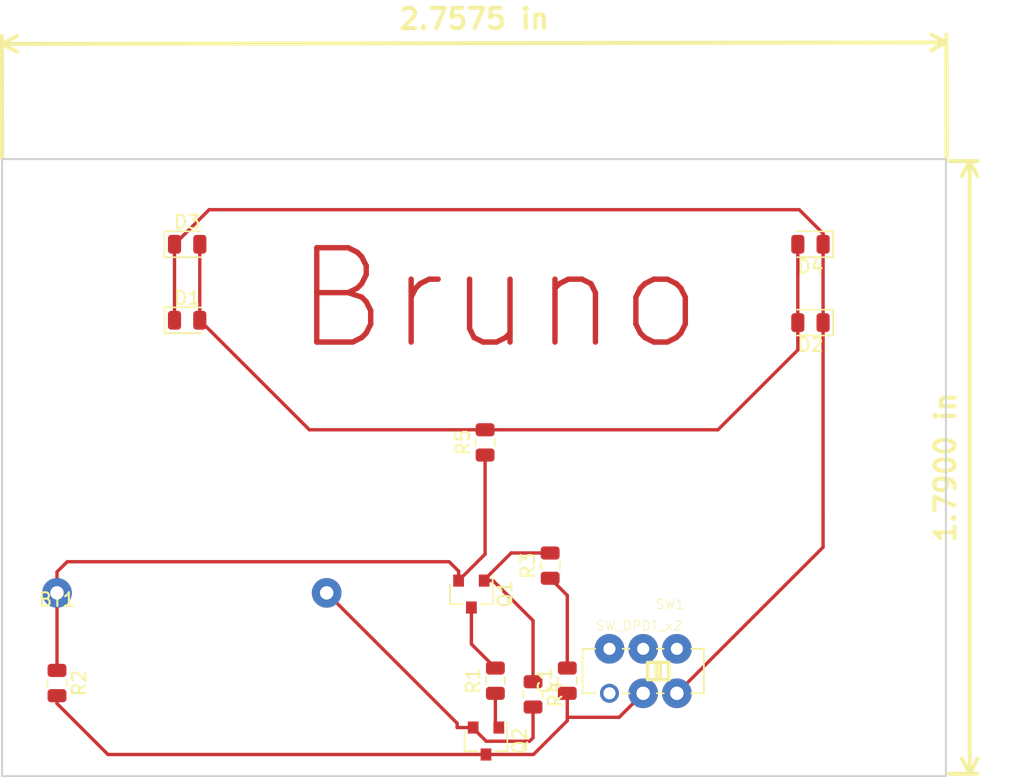
<source format=kicad_pcb>
(kicad_pcb (version 20171130) (host pcbnew 5.0.1-33cea8e~68~ubuntu16.04.1)

  (general
    (thickness 1.6)
    (drawings 7)
    (tracks 64)
    (zones 0)
    (modules 14)
    (nets 11)
  )

  (page A4)
  (layers
    (0 F.Cu signal)
    (31 B.Cu signal hide)
    (32 B.Adhes user hide)
    (33 F.Adhes user hide)
    (34 B.Paste user hide)
    (35 F.Paste user hide)
    (36 B.SilkS user hide)
    (37 F.SilkS user)
    (38 B.Mask user hide)
    (39 F.Mask user hide)
    (40 Dwgs.User user hide)
    (41 Cmts.User user hide)
    (42 Eco1.User user hide)
    (43 Eco2.User user hide)
    (44 Edge.Cuts user)
    (45 Margin user hide)
    (46 B.CrtYd user hide)
    (47 F.CrtYd user hide)
    (48 B.Fab user hide)
    (49 F.Fab user)
  )

  (setup
    (last_trace_width 0.25)
    (trace_clearance 0.2)
    (zone_clearance 0.508)
    (zone_45_only no)
    (trace_min 0.2)
    (segment_width 0.2)
    (edge_width 0.15)
    (via_size 0.8)
    (via_drill 0.4)
    (via_min_size 0.4)
    (via_min_drill 0.3)
    (uvia_size 0.3)
    (uvia_drill 0.1)
    (uvias_allowed no)
    (uvia_min_size 0.2)
    (uvia_min_drill 0.1)
    (pcb_text_width 0.3)
    (pcb_text_size 1.5 1.5)
    (mod_edge_width 0.15)
    (mod_text_size 1 1)
    (mod_text_width 0.15)
    (pad_size 2.2 2.2)
    (pad_drill 1)
    (pad_to_mask_clearance 0.051)
    (solder_mask_min_width 0.25)
    (aux_axis_origin 0 0)
    (visible_elements 7FFFEFFF)
    (pcbplotparams
      (layerselection 0x00000_7fffffff)
      (usegerberextensions false)
      (usegerberattributes false)
      (usegerberadvancedattributes false)
      (creategerberjobfile false)
      (excludeedgelayer true)
      (linewidth 0.100000)
      (plotframeref false)
      (viasonmask false)
      (mode 1)
      (useauxorigin false)
      (hpglpennumber 1)
      (hpglpenspeed 20)
      (hpglpendiameter 15.000000)
      (psnegative false)
      (psa4output false)
      (plotreference true)
      (plotvalue true)
      (plotinvisibletext false)
      (padsonsilk false)
      (subtractmaskfromsilk false)
      (outputformat 1)
      (mirror false)
      (drillshape 0)
      (scaleselection 1)
      (outputdirectory "./"))
  )

  (net 0 "")
  (net 1 VDD)
  (net 2 GND)
  (net 3 "Net-(C1-Pad2)")
  (net 4 "Net-(D1-Pad2)")
  (net 5 "Net-(Q1-Pad1)")
  (net 6 "Net-(Q1-Pad3)")
  (net 7 "Net-(Q2-Pad1)")
  (net 8 "Net-(C1-Pad1)")
  (net 9 "Net-(D1-Pad1)")
  (net 10 "Net-(SW1-Pad3)")

  (net_class Default "This is the default net class."
    (clearance 0.2)
    (trace_width 0.25)
    (via_dia 0.8)
    (via_drill 0.4)
    (uvia_dia 0.3)
    (uvia_drill 0.1)
    (add_net GND)
    (add_net "Net-(C1-Pad1)")
    (add_net "Net-(C1-Pad2)")
    (add_net "Net-(D1-Pad1)")
    (add_net "Net-(D1-Pad2)")
    (add_net "Net-(Q1-Pad1)")
    (add_net "Net-(Q1-Pad3)")
    (add_net "Net-(Q2-Pad1)")
    (add_net "Net-(SW1-Pad3)")
    (add_net VDD)
  )

  (module LED_SMD:LED_0805_2012Metric (layer F.Cu) (tedit 5B36C52C) (tstamp 5C4B418B)
    (at 139.954 77.1375 180)
    (descr "LED SMD 0805 (2012 Metric), square (rectangular) end terminal, IPC_7351 nominal, (Body size source: https://docs.google.com/spreadsheets/d/1BsfQQcO9C6DZCsRaXUlFlo91Tg2WpOkGARC1WS5S8t0/edit?usp=sharing), generated with kicad-footprint-generator")
    (tags diode)
    (path /5C45EDB9)
    (attr smd)
    (fp_text reference D2 (at 0 -1.65 180) (layer F.SilkS)
      (effects (font (size 1 1) (thickness 0.15)))
    )
    (fp_text value LED (at 0 1.65 180) (layer F.Fab)
      (effects (font (size 1 1) (thickness 0.15)))
    )
    (fp_text user %R (at 0 0 180) (layer F.Fab)
      (effects (font (size 0.5 0.5) (thickness 0.08)))
    )
    (fp_line (start 1.68 0.95) (end -1.68 0.95) (layer F.CrtYd) (width 0.05))
    (fp_line (start 1.68 -0.95) (end 1.68 0.95) (layer F.CrtYd) (width 0.05))
    (fp_line (start -1.68 -0.95) (end 1.68 -0.95) (layer F.CrtYd) (width 0.05))
    (fp_line (start -1.68 0.95) (end -1.68 -0.95) (layer F.CrtYd) (width 0.05))
    (fp_line (start -1.685 0.96) (end 1 0.96) (layer F.SilkS) (width 0.12))
    (fp_line (start -1.685 -0.96) (end -1.685 0.96) (layer F.SilkS) (width 0.12))
    (fp_line (start 1 -0.96) (end -1.685 -0.96) (layer F.SilkS) (width 0.12))
    (fp_line (start 1 0.6) (end 1 -0.6) (layer F.Fab) (width 0.1))
    (fp_line (start -1 0.6) (end 1 0.6) (layer F.Fab) (width 0.1))
    (fp_line (start -1 -0.3) (end -1 0.6) (layer F.Fab) (width 0.1))
    (fp_line (start -0.7 -0.6) (end -1 -0.3) (layer F.Fab) (width 0.1))
    (fp_line (start 1 -0.6) (end -0.7 -0.6) (layer F.Fab) (width 0.1))
    (pad 2 smd roundrect (at 0.9375 0 180) (size 0.975 1.4) (layers F.Cu F.Paste F.Mask) (roundrect_rratio 0.25)
      (net 4 "Net-(D1-Pad2)"))
    (pad 1 smd roundrect (at -0.9375 0 180) (size 0.975 1.4) (layers F.Cu F.Paste F.Mask) (roundrect_rratio 0.25)
      (net 9 "Net-(D1-Pad1)"))
    (model ${KISYS3DMOD}/LED_SMD.3dshapes/LED_0805_2012Metric.wrl
      (at (xyz 0 0 0))
      (scale (xyz 1 1 1))
      (rotate (xyz 0 0 0))
    )
  )

  (module Package_TO_SOT_SMD:SOT-23 (layer F.Cu) (tedit 5A02FF57) (tstamp 5C607892)
    (at 114.808 97.282 270)
    (descr "SOT-23, Standard")
    (tags SOT-23)
    (path /5C45EF17)
    (attr smd)
    (fp_text reference Q1 (at 0 -2.5 270) (layer F.SilkS)
      (effects (font (size 1 1) (thickness 0.15)))
    )
    (fp_text value BC807 (at 0 2.5 270) (layer F.Fab)
      (effects (font (size 1 1) (thickness 0.15)))
    )
    (fp_text user %R (at 0 0) (layer F.Fab)
      (effects (font (size 0.5 0.5) (thickness 0.075)))
    )
    (fp_line (start -0.7 -0.95) (end -0.7 1.5) (layer F.Fab) (width 0.1))
    (fp_line (start -0.15 -1.52) (end 0.7 -1.52) (layer F.Fab) (width 0.1))
    (fp_line (start -0.7 -0.95) (end -0.15 -1.52) (layer F.Fab) (width 0.1))
    (fp_line (start 0.7 -1.52) (end 0.7 1.52) (layer F.Fab) (width 0.1))
    (fp_line (start -0.7 1.52) (end 0.7 1.52) (layer F.Fab) (width 0.1))
    (fp_line (start 0.76 1.58) (end 0.76 0.65) (layer F.SilkS) (width 0.12))
    (fp_line (start 0.76 -1.58) (end 0.76 -0.65) (layer F.SilkS) (width 0.12))
    (fp_line (start -1.7 -1.75) (end 1.7 -1.75) (layer F.CrtYd) (width 0.05))
    (fp_line (start 1.7 -1.75) (end 1.7 1.75) (layer F.CrtYd) (width 0.05))
    (fp_line (start 1.7 1.75) (end -1.7 1.75) (layer F.CrtYd) (width 0.05))
    (fp_line (start -1.7 1.75) (end -1.7 -1.75) (layer F.CrtYd) (width 0.05))
    (fp_line (start 0.76 -1.58) (end -1.4 -1.58) (layer F.SilkS) (width 0.12))
    (fp_line (start 0.76 1.58) (end -0.7 1.58) (layer F.SilkS) (width 0.12))
    (pad 1 smd rect (at -1 -0.95 270) (size 0.9 0.8) (layers F.Cu F.Paste F.Mask)
      (net 5 "Net-(Q1-Pad1)"))
    (pad 2 smd rect (at -1 0.95 270) (size 0.9 0.8) (layers F.Cu F.Paste F.Mask)
      (net 1 VDD))
    (pad 3 smd rect (at 1 0 270) (size 0.9 0.8) (layers F.Cu F.Paste F.Mask)
      (net 6 "Net-(Q1-Pad3)"))
    (model ${KISYS3DMOD}/Package_TO_SOT_SMD.3dshapes/SOT-23.wrl
      (at (xyz 0 0 0))
      (scale (xyz 1 1 1))
      (rotate (xyz 0 0 0))
    )
  )

  (module Package_TO_SOT_SMD:SOT-23 (layer F.Cu) (tedit 5A02FF57) (tstamp 5C606FE8)
    (at 115.89 108.188 270)
    (descr "SOT-23, Standard")
    (tags SOT-23)
    (path /5C45EFC7)
    (attr smd)
    (fp_text reference Q2 (at 0 -2.5 270) (layer F.SilkS)
      (effects (font (size 1 1) (thickness 0.15)))
    )
    (fp_text value BC817 (at 0 2.5 270) (layer F.Fab)
      (effects (font (size 1 1) (thickness 0.15)))
    )
    (fp_line (start 0.76 1.58) (end -0.7 1.58) (layer F.SilkS) (width 0.12))
    (fp_line (start 0.76 -1.58) (end -1.4 -1.58) (layer F.SilkS) (width 0.12))
    (fp_line (start -1.7 1.75) (end -1.7 -1.75) (layer F.CrtYd) (width 0.05))
    (fp_line (start 1.7 1.75) (end -1.7 1.75) (layer F.CrtYd) (width 0.05))
    (fp_line (start 1.7 -1.75) (end 1.7 1.75) (layer F.CrtYd) (width 0.05))
    (fp_line (start -1.7 -1.75) (end 1.7 -1.75) (layer F.CrtYd) (width 0.05))
    (fp_line (start 0.76 -1.58) (end 0.76 -0.65) (layer F.SilkS) (width 0.12))
    (fp_line (start 0.76 1.58) (end 0.76 0.65) (layer F.SilkS) (width 0.12))
    (fp_line (start -0.7 1.52) (end 0.7 1.52) (layer F.Fab) (width 0.1))
    (fp_line (start 0.7 -1.52) (end 0.7 1.52) (layer F.Fab) (width 0.1))
    (fp_line (start -0.7 -0.95) (end -0.15 -1.52) (layer F.Fab) (width 0.1))
    (fp_line (start -0.15 -1.52) (end 0.7 -1.52) (layer F.Fab) (width 0.1))
    (fp_line (start -0.7 -0.95) (end -0.7 1.5) (layer F.Fab) (width 0.1))
    (fp_text user %R (at 0 0.254 90) (layer F.Fab)
      (effects (font (size 0.5 0.5) (thickness 0.075)))
    )
    (pad 3 smd rect (at 1 0 270) (size 0.9 0.8) (layers F.Cu F.Paste F.Mask)
      (net 8 "Net-(C1-Pad1)"))
    (pad 2 smd rect (at -1 0.95 270) (size 0.9 0.8) (layers F.Cu F.Paste F.Mask)
      (net 2 GND))
    (pad 1 smd rect (at -1 -0.95 270) (size 0.9 0.8) (layers F.Cu F.Paste F.Mask)
      (net 7 "Net-(Q2-Pad1)"))
    (model ${KISYS3DMOD}/Package_TO_SOT_SMD.3dshapes/SOT-23.wrl
      (at (xyz 0 0 0))
      (scale (xyz 1 1 1))
      (rotate (xyz 0 0 0))
    )
  )

  (module LED_SMD:LED_0805_2012Metric (layer F.Cu) (tedit 5B36C52C) (tstamp 5C4B4179)
    (at 93.726 76.962)
    (descr "LED SMD 0805 (2012 Metric), square (rectangular) end terminal, IPC_7351 nominal, (Body size source: https://docs.google.com/spreadsheets/d/1BsfQQcO9C6DZCsRaXUlFlo91Tg2WpOkGARC1WS5S8t0/edit?usp=sharing), generated with kicad-footprint-generator")
    (tags diode)
    (path /5C45EC37)
    (attr smd)
    (fp_text reference D1 (at 0 -1.65) (layer F.SilkS)
      (effects (font (size 1 1) (thickness 0.15)))
    )
    (fp_text value LED (at 0 1.65) (layer F.Fab)
      (effects (font (size 1 1) (thickness 0.15)))
    )
    (fp_text user %R (at 0 0) (layer F.Fab)
      (effects (font (size 0.5 0.5) (thickness 0.08)))
    )
    (fp_line (start 1.68 0.95) (end -1.68 0.95) (layer F.CrtYd) (width 0.05))
    (fp_line (start 1.68 -0.95) (end 1.68 0.95) (layer F.CrtYd) (width 0.05))
    (fp_line (start -1.68 -0.95) (end 1.68 -0.95) (layer F.CrtYd) (width 0.05))
    (fp_line (start -1.68 0.95) (end -1.68 -0.95) (layer F.CrtYd) (width 0.05))
    (fp_line (start -1.685 0.96) (end 1 0.96) (layer F.SilkS) (width 0.12))
    (fp_line (start -1.685 -0.96) (end -1.685 0.96) (layer F.SilkS) (width 0.12))
    (fp_line (start 1 -0.96) (end -1.685 -0.96) (layer F.SilkS) (width 0.12))
    (fp_line (start 1 0.6) (end 1 -0.6) (layer F.Fab) (width 0.1))
    (fp_line (start -1 0.6) (end 1 0.6) (layer F.Fab) (width 0.1))
    (fp_line (start -1 -0.3) (end -1 0.6) (layer F.Fab) (width 0.1))
    (fp_line (start -0.7 -0.6) (end -1 -0.3) (layer F.Fab) (width 0.1))
    (fp_line (start 1 -0.6) (end -0.7 -0.6) (layer F.Fab) (width 0.1))
    (pad 2 smd roundrect (at 0.9375 0) (size 0.975 1.4) (layers F.Cu F.Paste F.Mask) (roundrect_rratio 0.25)
      (net 4 "Net-(D1-Pad2)"))
    (pad 1 smd roundrect (at -0.9375 0) (size 0.975 1.4) (layers F.Cu F.Paste F.Mask) (roundrect_rratio 0.25)
      (net 9 "Net-(D1-Pad1)"))
    (model ${KISYS3DMOD}/LED_SMD.3dshapes/LED_0805_2012Metric.wrl
      (at (xyz 0 0 0))
      (scale (xyz 1 1 1))
      (rotate (xyz 0 0 0))
    )
  )

  (module LED_SMD:LED_0805_2012Metric (layer F.Cu) (tedit 5C4F0B19) (tstamp 5C4B419D)
    (at 93.7283 71.3232)
    (descr "LED SMD 0805 (2012 Metric), square (rectangular) end terminal, IPC_7351 nominal, (Body size source: https://docs.google.com/spreadsheets/d/1BsfQQcO9C6DZCsRaXUlFlo91Tg2WpOkGARC1WS5S8t0/edit?usp=sharing), generated with kicad-footprint-generator")
    (tags diode)
    (path /5C45ED1C)
    (attr smd)
    (fp_text reference D3 (at 0 -1.65) (layer F.SilkS)
      (effects (font (size 1 1) (thickness 0.15)))
    )
    (fp_text value LED (at 0 1.65) (layer F.Fab)
      (effects (font (size 1 1) (thickness 0.15)))
    )
    (fp_text user %R (at 0 0) (layer F.Fab)
      (effects (font (size 0.5 0.5) (thickness 0.08)))
    )
    (fp_line (start 1.68 0.95) (end -1.68 0.95) (layer F.CrtYd) (width 0.05))
    (fp_line (start 1.68 -0.95) (end 1.68 0.95) (layer F.CrtYd) (width 0.05))
    (fp_line (start -1.68 -0.95) (end 1.68 -0.95) (layer F.CrtYd) (width 0.05))
    (fp_line (start -1.68 0.95) (end -1.68 -0.95) (layer F.CrtYd) (width 0.05))
    (fp_line (start -1.685 0.96) (end 1 0.96) (layer F.SilkS) (width 0.12))
    (fp_line (start -1.685 -0.96) (end -1.685 0.96) (layer F.SilkS) (width 0.12))
    (fp_line (start 1 -0.96) (end -1.685 -0.96) (layer F.SilkS) (width 0.12))
    (fp_line (start 1 0.6) (end 1 -0.6) (layer F.Fab) (width 0.1))
    (fp_line (start -1 0.6) (end 1 0.6) (layer F.Fab) (width 0.1))
    (fp_line (start -1 -0.3) (end -1 0.6) (layer F.Fab) (width 0.1))
    (fp_line (start -0.7 -0.6) (end -1 -0.3) (layer F.Fab) (width 0.1))
    (fp_line (start 1 -0.6) (end -0.7 -0.6) (layer F.Fab) (width 0.1))
    (pad 2 smd roundrect (at 0.9375 0) (size 0.975 1.4) (layers F.Cu F.Paste F.Mask) (roundrect_rratio 0.25)
      (net 4 "Net-(D1-Pad2)"))
    (pad 1 smd roundrect (at -0.9375 0) (size 0.975 1.4) (layers F.Cu F.Paste F.Mask) (roundrect_rratio 0.25)
      (net 9 "Net-(D1-Pad1)"))
    (model ${KISYS3DMOD}/LED_SMD.3dshapes/LED_0805_2012Metric.wrl
      (at (xyz 0 0 0))
      (scale (xyz 1 1 1))
      (rotate (xyz 0 0 0))
    )
  )

  (module LED_SMD:LED_0805_2012Metric (layer F.Cu) (tedit 5B36C52C) (tstamp 5C4B41AF)
    (at 139.9563 71.3232 180)
    (descr "LED SMD 0805 (2012 Metric), square (rectangular) end terminal, IPC_7351 nominal, (Body size source: https://docs.google.com/spreadsheets/d/1BsfQQcO9C6DZCsRaXUlFlo91Tg2WpOkGARC1WS5S8t0/edit?usp=sharing), generated with kicad-footprint-generator")
    (tags diode)
    (path /5C45EE19)
    (attr smd)
    (fp_text reference D4 (at 0 -1.65 180) (layer F.SilkS)
      (effects (font (size 1 1) (thickness 0.15)))
    )
    (fp_text value LED (at 0 1.65 180) (layer F.Fab)
      (effects (font (size 1 1) (thickness 0.15)))
    )
    (fp_line (start 1 -0.6) (end -0.7 -0.6) (layer F.Fab) (width 0.1))
    (fp_line (start -0.7 -0.6) (end -1 -0.3) (layer F.Fab) (width 0.1))
    (fp_line (start -1 -0.3) (end -1 0.6) (layer F.Fab) (width 0.1))
    (fp_line (start -1 0.6) (end 1 0.6) (layer F.Fab) (width 0.1))
    (fp_line (start 1 0.6) (end 1 -0.6) (layer F.Fab) (width 0.1))
    (fp_line (start 1 -0.96) (end -1.685 -0.96) (layer F.SilkS) (width 0.12))
    (fp_line (start -1.685 -0.96) (end -1.685 0.96) (layer F.SilkS) (width 0.12))
    (fp_line (start -1.685 0.96) (end 1 0.96) (layer F.SilkS) (width 0.12))
    (fp_line (start -1.68 0.95) (end -1.68 -0.95) (layer F.CrtYd) (width 0.05))
    (fp_line (start -1.68 -0.95) (end 1.68 -0.95) (layer F.CrtYd) (width 0.05))
    (fp_line (start 1.68 -0.95) (end 1.68 0.95) (layer F.CrtYd) (width 0.05))
    (fp_line (start 1.68 0.95) (end -1.68 0.95) (layer F.CrtYd) (width 0.05))
    (fp_text user %R (at 0 0 180) (layer F.Fab)
      (effects (font (size 0.5 0.5) (thickness 0.08)))
    )
    (pad 1 smd roundrect (at -0.9375 0 180) (size 0.975 1.4) (layers F.Cu F.Paste F.Mask) (roundrect_rratio 0.25)
      (net 9 "Net-(D1-Pad1)"))
    (pad 2 smd roundrect (at 0.9375 0 180) (size 0.975 1.4) (layers F.Cu F.Paste F.Mask) (roundrect_rratio 0.25)
      (net 4 "Net-(D1-Pad2)"))
    (model ${KISYS3DMOD}/LED_SMD.3dshapes/LED_0805_2012Metric.wrl
      (at (xyz 0 0 0))
      (scale (xyz 1 1 1))
      (rotate (xyz 0 0 0))
    )
  )

  (module Capacitor_SMD:C_0805_2012Metric (layer F.Cu) (tedit 5B36C52B) (tstamp 5C4F269F)
    (at 121.92 103.7105 90)
    (descr "Capacitor SMD 0805 (2012 Metric), square (rectangular) end terminal, IPC_7351 nominal, (Body size source: https://docs.google.com/spreadsheets/d/1BsfQQcO9C6DZCsRaXUlFlo91Tg2WpOkGARC1WS5S8t0/edit?usp=sharing), generated with kicad-footprint-generator")
    (tags capacitor)
    (path /5C45EB8F)
    (attr smd)
    (fp_text reference C1 (at 0 -1.65 90) (layer F.SilkS)
      (effects (font (size 1 1) (thickness 0.15)))
    )
    (fp_text value 47nF (at 0 1.65 90) (layer F.Fab)
      (effects (font (size 1 1) (thickness 0.15)))
    )
    (fp_line (start -1 0.6) (end -1 -0.6) (layer F.Fab) (width 0.1))
    (fp_line (start -1 -0.6) (end 1 -0.6) (layer F.Fab) (width 0.1))
    (fp_line (start 1 -0.6) (end 1 0.6) (layer F.Fab) (width 0.1))
    (fp_line (start 1 0.6) (end -1 0.6) (layer F.Fab) (width 0.1))
    (fp_line (start -0.258578 -0.71) (end 0.258578 -0.71) (layer F.SilkS) (width 0.12))
    (fp_line (start -0.258578 0.71) (end 0.258578 0.71) (layer F.SilkS) (width 0.12))
    (fp_line (start -1.68 0.95) (end -1.68 -0.95) (layer F.CrtYd) (width 0.05))
    (fp_line (start -1.68 -0.95) (end 1.68 -0.95) (layer F.CrtYd) (width 0.05))
    (fp_line (start 1.68 -0.95) (end 1.68 0.95) (layer F.CrtYd) (width 0.05))
    (fp_line (start 1.68 0.95) (end -1.68 0.95) (layer F.CrtYd) (width 0.05))
    (fp_text user %R (at 0 0 90) (layer F.Fab)
      (effects (font (size 0.5 0.5) (thickness 0.08)))
    )
    (pad 1 smd roundrect (at -0.9375 0 90) (size 0.975 1.4) (layers F.Cu F.Paste F.Mask) (roundrect_rratio 0.25)
      (net 8 "Net-(C1-Pad1)"))
    (pad 2 smd roundrect (at 0.9375 0 90) (size 0.975 1.4) (layers F.Cu F.Paste F.Mask) (roundrect_rratio 0.25)
      (net 3 "Net-(C1-Pad2)"))
    (model ${KISYS3DMOD}/Capacitor_SMD.3dshapes/C_0805_2012Metric.wrl
      (at (xyz 0 0 0))
      (scale (xyz 1 1 1))
      (rotate (xyz 0 0 0))
    )
  )

  (module Resistor_SMD:R_0805_2012Metric (layer F.Cu) (tedit 5B36C52B) (tstamp 5C4F26AF)
    (at 116.586 103.7105 90)
    (descr "Resistor SMD 0805 (2012 Metric), square (rectangular) end terminal, IPC_7351 nominal, (Body size source: https://docs.google.com/spreadsheets/d/1BsfQQcO9C6DZCsRaXUlFlo91Tg2WpOkGARC1WS5S8t0/edit?usp=sharing), generated with kicad-footprint-generator")
    (tags resistor)
    (path /5C45EA3F)
    (attr smd)
    (fp_text reference R1 (at 0 -1.65 90) (layer F.SilkS)
      (effects (font (size 1 1) (thickness 0.15)))
    )
    (fp_text value "220 Ohm" (at 0 1.65 90) (layer F.Fab)
      (effects (font (size 1 1) (thickness 0.15)))
    )
    (fp_line (start -1 0.6) (end -1 -0.6) (layer F.Fab) (width 0.1))
    (fp_line (start -1 -0.6) (end 1 -0.6) (layer F.Fab) (width 0.1))
    (fp_line (start 1 -0.6) (end 1 0.6) (layer F.Fab) (width 0.1))
    (fp_line (start 1 0.6) (end -1 0.6) (layer F.Fab) (width 0.1))
    (fp_line (start -0.258578 -0.71) (end 0.258578 -0.71) (layer F.SilkS) (width 0.12))
    (fp_line (start -0.258578 0.71) (end 0.258578 0.71) (layer F.SilkS) (width 0.12))
    (fp_line (start -1.68 0.95) (end -1.68 -0.95) (layer F.CrtYd) (width 0.05))
    (fp_line (start -1.68 -0.95) (end 1.68 -0.95) (layer F.CrtYd) (width 0.05))
    (fp_line (start 1.68 -0.95) (end 1.68 0.95) (layer F.CrtYd) (width 0.05))
    (fp_line (start 1.68 0.95) (end -1.68 0.95) (layer F.CrtYd) (width 0.05))
    (fp_text user %R (at 0 0 90) (layer F.Fab)
      (effects (font (size 0.5 0.5) (thickness 0.08)))
    )
    (pad 1 smd roundrect (at -0.9375 0 90) (size 0.975 1.4) (layers F.Cu F.Paste F.Mask) (roundrect_rratio 0.25)
      (net 7 "Net-(Q2-Pad1)"))
    (pad 2 smd roundrect (at 0.9375 0 90) (size 0.975 1.4) (layers F.Cu F.Paste F.Mask) (roundrect_rratio 0.25)
      (net 6 "Net-(Q1-Pad3)"))
    (model ${KISYS3DMOD}/Resistor_SMD.3dshapes/R_0805_2012Metric.wrl
      (at (xyz 0 0 0))
      (scale (xyz 1 1 1))
      (rotate (xyz 0 0 0))
    )
  )

  (module Resistor_SMD:R_0805_2012Metric (layer F.Cu) (tedit 5B36C52B) (tstamp 5C4F26BF)
    (at 84.074 103.886 270)
    (descr "Resistor SMD 0805 (2012 Metric), square (rectangular) end terminal, IPC_7351 nominal, (Body size source: https://docs.google.com/spreadsheets/d/1BsfQQcO9C6DZCsRaXUlFlo91Tg2WpOkGARC1WS5S8t0/edit?usp=sharing), generated with kicad-footprint-generator")
    (tags resistor)
    (path /5C45EB11)
    (attr smd)
    (fp_text reference R2 (at 0 -1.65 270) (layer F.SilkS)
      (effects (font (size 1 1) (thickness 0.15)))
    )
    (fp_text value "220 Ohm" (at 0 1.65 270) (layer F.Fab)
      (effects (font (size 1 1) (thickness 0.15)))
    )
    (fp_line (start -1 0.6) (end -1 -0.6) (layer F.Fab) (width 0.1))
    (fp_line (start -1 -0.6) (end 1 -0.6) (layer F.Fab) (width 0.1))
    (fp_line (start 1 -0.6) (end 1 0.6) (layer F.Fab) (width 0.1))
    (fp_line (start 1 0.6) (end -1 0.6) (layer F.Fab) (width 0.1))
    (fp_line (start -0.258578 -0.71) (end 0.258578 -0.71) (layer F.SilkS) (width 0.12))
    (fp_line (start -0.258578 0.71) (end 0.258578 0.71) (layer F.SilkS) (width 0.12))
    (fp_line (start -1.68 0.95) (end -1.68 -0.95) (layer F.CrtYd) (width 0.05))
    (fp_line (start -1.68 -0.95) (end 1.68 -0.95) (layer F.CrtYd) (width 0.05))
    (fp_line (start 1.68 -0.95) (end 1.68 0.95) (layer F.CrtYd) (width 0.05))
    (fp_line (start 1.68 0.95) (end -1.68 0.95) (layer F.CrtYd) (width 0.05))
    (fp_text user %R (at 0 0 270) (layer F.Fab)
      (effects (font (size 0.5 0.5) (thickness 0.08)))
    )
    (pad 1 smd roundrect (at -0.9375 0 270) (size 0.975 1.4) (layers F.Cu F.Paste F.Mask) (roundrect_rratio 0.25)
      (net 1 VDD))
    (pad 2 smd roundrect (at 0.9375 0 270) (size 0.975 1.4) (layers F.Cu F.Paste F.Mask) (roundrect_rratio 0.25)
      (net 8 "Net-(C1-Pad1)"))
    (model ${KISYS3DMOD}/Resistor_SMD.3dshapes/R_0805_2012Metric.wrl
      (at (xyz 0 0 0))
      (scale (xyz 1 1 1))
      (rotate (xyz 0 0 0))
    )
  )

  (module Resistor_SMD:R_0805_2012Metric (layer F.Cu) (tedit 5B36C52B) (tstamp 5C4F26CF)
    (at 120.65 95.1715 90)
    (descr "Resistor SMD 0805 (2012 Metric), square (rectangular) end terminal, IPC_7351 nominal, (Body size source: https://docs.google.com/spreadsheets/d/1BsfQQcO9C6DZCsRaXUlFlo91Tg2WpOkGARC1WS5S8t0/edit?usp=sharing), generated with kicad-footprint-generator")
    (tags resistor)
    (path /5C45E917)
    (attr smd)
    (fp_text reference R3 (at 0 -1.65 90) (layer F.SilkS)
      (effects (font (size 1 1) (thickness 0.15)))
    )
    (fp_text value "2.2k Ohm" (at 0 1.65 90) (layer F.Fab)
      (effects (font (size 1 1) (thickness 0.15)))
    )
    (fp_line (start -1 0.6) (end -1 -0.6) (layer F.Fab) (width 0.1))
    (fp_line (start -1 -0.6) (end 1 -0.6) (layer F.Fab) (width 0.1))
    (fp_line (start 1 -0.6) (end 1 0.6) (layer F.Fab) (width 0.1))
    (fp_line (start 1 0.6) (end -1 0.6) (layer F.Fab) (width 0.1))
    (fp_line (start -0.258578 -0.71) (end 0.258578 -0.71) (layer F.SilkS) (width 0.12))
    (fp_line (start -0.258578 0.71) (end 0.258578 0.71) (layer F.SilkS) (width 0.12))
    (fp_line (start -1.68 0.95) (end -1.68 -0.95) (layer F.CrtYd) (width 0.05))
    (fp_line (start -1.68 -0.95) (end 1.68 -0.95) (layer F.CrtYd) (width 0.05))
    (fp_line (start 1.68 -0.95) (end 1.68 0.95) (layer F.CrtYd) (width 0.05))
    (fp_line (start 1.68 0.95) (end -1.68 0.95) (layer F.CrtYd) (width 0.05))
    (fp_text user %R (at 0 0 90) (layer F.Fab)
      (effects (font (size 0.5 0.5) (thickness 0.08)))
    )
    (pad 1 smd roundrect (at -0.9375 0 90) (size 0.975 1.4) (layers F.Cu F.Paste F.Mask) (roundrect_rratio 0.25)
      (net 3 "Net-(C1-Pad2)"))
    (pad 2 smd roundrect (at 0.9375 0 90) (size 0.975 1.4) (layers F.Cu F.Paste F.Mask) (roundrect_rratio 0.25)
      (net 5 "Net-(Q1-Pad1)"))
    (model ${KISYS3DMOD}/Resistor_SMD.3dshapes/R_0805_2012Metric.wrl
      (at (xyz 0 0 0))
      (scale (xyz 1 1 1))
      (rotate (xyz 0 0 0))
    )
  )

  (module Resistor_SMD:R_0805_2012Metric (layer F.Cu) (tedit 5B36C52B) (tstamp 5C4F26DF)
    (at 119.38 104.7265 270)
    (descr "Resistor SMD 0805 (2012 Metric), square (rectangular) end terminal, IPC_7351 nominal, (Body size source: https://docs.google.com/spreadsheets/d/1BsfQQcO9C6DZCsRaXUlFlo91Tg2WpOkGARC1WS5S8t0/edit?usp=sharing), generated with kicad-footprint-generator")
    (tags resistor)
    (path /5C45E9B7)
    (attr smd)
    (fp_text reference R4 (at 0 -1.65 270) (layer F.SilkS)
      (effects (font (size 1 1) (thickness 0.15)))
    )
    (fp_text value "4M Ohm" (at 0 1.65 270) (layer F.Fab)
      (effects (font (size 1 1) (thickness 0.15)))
    )
    (fp_text user %R (at 0 0 270) (layer F.Fab)
      (effects (font (size 0.5 0.5) (thickness 0.08)))
    )
    (fp_line (start 1.68 0.95) (end -1.68 0.95) (layer F.CrtYd) (width 0.05))
    (fp_line (start 1.68 -0.95) (end 1.68 0.95) (layer F.CrtYd) (width 0.05))
    (fp_line (start -1.68 -0.95) (end 1.68 -0.95) (layer F.CrtYd) (width 0.05))
    (fp_line (start -1.68 0.95) (end -1.68 -0.95) (layer F.CrtYd) (width 0.05))
    (fp_line (start -0.258578 0.71) (end 0.258578 0.71) (layer F.SilkS) (width 0.12))
    (fp_line (start -0.258578 -0.71) (end 0.258578 -0.71) (layer F.SilkS) (width 0.12))
    (fp_line (start 1 0.6) (end -1 0.6) (layer F.Fab) (width 0.1))
    (fp_line (start 1 -0.6) (end 1 0.6) (layer F.Fab) (width 0.1))
    (fp_line (start -1 -0.6) (end 1 -0.6) (layer F.Fab) (width 0.1))
    (fp_line (start -1 0.6) (end -1 -0.6) (layer F.Fab) (width 0.1))
    (pad 2 smd roundrect (at 0.9375 0 270) (size 0.975 1.4) (layers F.Cu F.Paste F.Mask) (roundrect_rratio 0.25)
      (net 2 GND))
    (pad 1 smd roundrect (at -0.9375 0 270) (size 0.975 1.4) (layers F.Cu F.Paste F.Mask) (roundrect_rratio 0.25)
      (net 5 "Net-(Q1-Pad1)"))
    (model ${KISYS3DMOD}/Resistor_SMD.3dshapes/R_0805_2012Metric.wrl
      (at (xyz 0 0 0))
      (scale (xyz 1 1 1))
      (rotate (xyz 0 0 0))
    )
  )

  (module Resistor_SMD:R_0805_2012Metric (layer F.Cu) (tedit 5B36C52B) (tstamp 5C4F26EF)
    (at 115.824 86.0275 90)
    (descr "Resistor SMD 0805 (2012 Metric), square (rectangular) end terminal, IPC_7351 nominal, (Body size source: https://docs.google.com/spreadsheets/d/1BsfQQcO9C6DZCsRaXUlFlo91Tg2WpOkGARC1WS5S8t0/edit?usp=sharing), generated with kicad-footprint-generator")
    (tags resistor)
    (path /5C45EAC4)
    (attr smd)
    (fp_text reference R5 (at 0 -1.65 90) (layer F.SilkS)
      (effects (font (size 1 1) (thickness 0.15)))
    )
    (fp_text value "1 Ohm" (at 0 1.65 90) (layer F.Fab)
      (effects (font (size 1 1) (thickness 0.15)))
    )
    (fp_text user %R (at 0 0 90) (layer F.Fab)
      (effects (font (size 0.5 0.5) (thickness 0.08)))
    )
    (fp_line (start 1.68 0.95) (end -1.68 0.95) (layer F.CrtYd) (width 0.05))
    (fp_line (start 1.68 -0.95) (end 1.68 0.95) (layer F.CrtYd) (width 0.05))
    (fp_line (start -1.68 -0.95) (end 1.68 -0.95) (layer F.CrtYd) (width 0.05))
    (fp_line (start -1.68 0.95) (end -1.68 -0.95) (layer F.CrtYd) (width 0.05))
    (fp_line (start -0.258578 0.71) (end 0.258578 0.71) (layer F.SilkS) (width 0.12))
    (fp_line (start -0.258578 -0.71) (end 0.258578 -0.71) (layer F.SilkS) (width 0.12))
    (fp_line (start 1 0.6) (end -1 0.6) (layer F.Fab) (width 0.1))
    (fp_line (start 1 -0.6) (end 1 0.6) (layer F.Fab) (width 0.1))
    (fp_line (start -1 -0.6) (end 1 -0.6) (layer F.Fab) (width 0.1))
    (fp_line (start -1 0.6) (end -1 -0.6) (layer F.Fab) (width 0.1))
    (pad 2 smd roundrect (at 0.9375 0 90) (size 0.975 1.4) (layers F.Cu F.Paste F.Mask) (roundrect_rratio 0.25)
      (net 4 "Net-(D1-Pad2)"))
    (pad 1 smd roundrect (at -0.9375 0 90) (size 0.975 1.4) (layers F.Cu F.Paste F.Mask) (roundrect_rratio 0.25)
      (net 1 VDD))
    (model ${KISYS3DMOD}/Resistor_SMD.3dshapes/R_0805_2012Metric.wrl
      (at (xyz 0 0 0))
      (scale (xyz 1 1 1))
      (rotate (xyz 0 0 0))
    )
  )

  (module JS202011CQN:JS202011CQN (layer F.Cu) (tedit 5C619DED) (tstamp 5C61747E)
    (at 127.548 102.996 180)
    (descr "JS202011CQN DPDT Sub-Miniature Slide Switchwww.ck-components.com")
    (path /5C4A0416)
    (fp_text reference SW1 (at -1.992 4.952 180) (layer F.SilkS)
      (effects (font (size 0.701015 0.701015) (thickness 0.05)))
    )
    (fp_text value SW_DPDT_x2 (at 0.317748 3.36815 180) (layer F.SilkS)
      (effects (font (size 0.70055 0.70055) (thickness 0.05)))
    )
    (fp_line (start 4.445 1.651) (end 3.556 1.651) (layer F.SilkS) (width 0.127))
    (fp_line (start 1.016 1.651) (end 1.524 1.651) (layer F.SilkS) (width 0.127))
    (fp_line (start -1.524 1.651) (end -1.016 1.651) (layer F.SilkS) (width 0.127))
    (fp_line (start -4.445 1.651) (end -3.556 1.651) (layer F.SilkS) (width 0.127))
    (fp_line (start 4.445 -1.651) (end 3.556 -1.651) (layer F.SilkS) (width 0.127))
    (fp_line (start 1.016 -1.651) (end 1.524 -1.651) (layer F.SilkS) (width 0.127))
    (fp_line (start -1.524 -1.651) (end -1.016 -1.651) (layer F.SilkS) (width 0.127))
    (fp_line (start -4.445 -1.651) (end -3.556 -1.651) (layer F.SilkS) (width 0.127))
    (fp_line (start -4.5 1.65) (end -4.5 -1.65) (layer F.SilkS) (width 0.127))
    (fp_line (start 4.5 -1.65) (end 4.5 1.65) (layer F.SilkS) (width 0.127))
    (fp_line (start -0.9652 0.635) (end -0.3302 0.635) (layer F.SilkS) (width 0.254))
    (fp_line (start -0.9652 -0.635) (end -1.27 -0.635) (layer F.SilkS) (width 0.254))
    (fp_line (start -0.9652 -0.635) (end -0.9652 0.635) (layer F.SilkS) (width 0.254))
    (fp_line (start -1.27 0.635) (end -0.9652 0.635) (layer F.SilkS) (width 0.254))
    (fp_line (start -0.3302 -0.635) (end -0.9652 -0.635) (layer F.SilkS) (width 0.254))
    (fp_line (start -1.27 -0.635) (end -1.27 0.635) (layer F.SilkS) (width 0.254))
    (fp_line (start -1.905 0.635) (end -1.27 0.635) (layer F.SilkS) (width 0.254))
    (fp_line (start -1.27 -0.635) (end -1.905 -0.635) (layer F.SilkS) (width 0.254))
    (fp_line (start -0.3302 0.635) (end -0.3302 -0.635) (layer F.SilkS) (width 0.254))
    (fp_line (start -1.905 -0.635) (end -1.905 0.635) (layer F.SilkS) (width 0.254))
    (pad 6 thru_hole circle (at 2.5 1.65 270) (size 2.2 2.2) (drill 0.9) (layers *.Cu *.Mask))
    (pad 5 thru_hole circle (at 0 1.65 270) (size 2.2 2.2) (drill 0.9) (layers *.Cu *.Mask))
    (pad 4 thru_hole circle (at -2.5 1.65 270) (size 2.2 2.2) (drill 0.9) (layers *.Cu *.Mask))
    (pad 3 thru_hole circle (at 2.5 -1.65 270) (size 1.408 1.408) (drill 0.9) (layers *.Cu *.Mask)
      (net 10 "Net-(SW1-Pad3)"))
    (pad 2 thru_hole circle (at 0 -1.65 270) (size 2.2 2.2) (drill 1) (layers *.Cu *.Mask)
      (net 8 "Net-(C1-Pad1)"))
    (pad 1 thru_hole circle (at -2.5 -1.65 270) (size 2.2 2.2) (drill 1) (layers *.Cu *.Mask)
      (net 9 "Net-(D1-Pad1)"))
  )

  (module nametag:cr2032_throughhole_holder (layer F.Cu) (tedit 5C61A178) (tstamp 5C61A108)
    (at 84.074 97.1931)
    (path /5C45F109)
    (fp_text reference BT1 (at 0 0.5) (layer F.SilkS)
      (effects (font (size 1 1) (thickness 0.15)))
    )
    (fp_text value V1 (at 0 -0.5) (layer F.Fab)
      (effects (font (size 1 1) (thickness 0.15)))
    )
    (fp_circle (center 14 0) (end 25.4 0) (layer F.Fab) (width 0.1))
    (fp_line (start -2.4 -3.3) (end -2.4 3.3) (layer F.Fab) (width 0.1))
    (fp_line (start -2.4 -3.3) (end 2.6 -3.3) (layer F.Fab) (width 0.1))
    (fp_line (start -2.4 3.3) (end 2.6 3.3) (layer F.Fab) (width 0.1))
    (fp_line (start 2.6 -3.3) (end 3.1 -3.3) (layer F.Fab) (width 0.1))
    (fp_line (start 2.6 3.3) (end 3.1 3.3) (layer F.Fab) (width 0.1))
    (fp_text user + (at 0 -2) (layer F.Fab)
      (effects (font (size 1 1) (thickness 0.15)))
    )
    (fp_text user - (at 20.2 -2.2) (layer F.Fab)
      (effects (font (size 1 1) (thickness 0.15)))
    )
    (pad 1 thru_hole circle (at 0 0) (size 2.2 2.2) (drill 1) (layers *.Cu *.Mask)
      (net 1 VDD))
    (pad 2 thru_hole circle (at 20 0) (size 2.2 2.2) (drill 1) (layers *.Cu *.Mask)
      (net 2 GND))
    (pad 3 smd circle (at 14 0) (size 3.25 3.25) (layers F.Paste F.Mask))
  )

  (gr_text Bruno (at 116.84 75.3618) (layer F.Cu)
    (effects (font (size 7 7) (thickness 0.4)))
  )
  (dimension 45.466 (width 0.3) (layer F.SilkS)
    (gr_text "45.466 mm" (at 153.865 87.884 90) (layer F.SilkS)
      (effects (font (size 1.5 1.5) (thickness 0.3)))
    )
    (feature1 (pts (xy 150.241 65.151) (xy 152.351421 65.151)))
    (feature2 (pts (xy 150.241 110.617) (xy 152.351421 110.617)))
    (crossbar (pts (xy 151.765 110.617) (xy 151.765 65.151)))
    (arrow1a (pts (xy 151.765 65.151) (xy 152.351421 66.277504)))
    (arrow1b (pts (xy 151.765 65.151) (xy 151.178579 66.277504)))
    (arrow2a (pts (xy 151.765 110.617) (xy 152.351421 109.490496)))
    (arrow2b (pts (xy 151.765 110.617) (xy 151.178579 109.490496)))
  )
  (dimension 70.040335 (width 0.3) (layer F.SilkS)
    (gr_text "70.040 mm" (at 115.014216 54.298076 0.08742476273) (layer F.SilkS)
      (effects (font (size 1.5 1.5) (thickness 0.3)))
    )
    (feature1 (pts (xy 80.010247 64.940371) (xy 79.996399 55.86509)))
    (feature2 (pts (xy 150.0505 64.8335) (xy 150.036652 55.758219)))
    (crossbar (pts (xy 150.037547 56.344639) (xy 79.997294 56.45151)))
    (arrow1a (pts (xy 79.997294 56.45151) (xy 81.122902 55.863371)))
    (arrow1b (pts (xy 79.997294 56.45151) (xy 81.124691 57.036211)))
    (arrow2a (pts (xy 150.037547 56.344639) (xy 148.91015 55.759938)))
    (arrow2b (pts (xy 150.037547 56.344639) (xy 148.911939 56.932778)))
  )
  (gr_line (start 80 110.8) (end 80 65) (layer Edge.Cuts) (width 0.15))
  (gr_line (start 80 110.8) (end 150 110.8) (layer Edge.Cuts) (width 0.15))
  (gr_line (start 150 65) (end 150 110.8) (layer Edge.Cuts) (width 0.15))
  (gr_line (start 80 65) (end 150 65) (layer Edge.Cuts) (width 0.15))

  (segment (start 84.074 97.7538) (end 83.9578 97.6376) (width 0.25) (layer F.Cu) (net 1))
  (segment (start 115.824 94.316) (end 113.858 96.282) (width 0.25) (layer F.Cu) (net 1))
  (segment (start 115.824 86.965) (end 115.824 94.316) (width 0.25) (layer F.Cu) (net 1))
  (segment (start 113.858 96.332) (end 113.858 96.282) (width 0.25) (layer F.Cu) (net 1))
  (segment (start 84.074 102.9485) (end 84.074 97.1931) (width 0.25) (layer F.Cu) (net 1))
  (segment (start 113.858 96.232) (end 113.858 96.282) (width 0.25) (layer F.Cu) (net 1))
  (segment (start 84.074 95.637466) (end 84.074 97.1931) (width 0.25) (layer F.Cu) (net 1))
  (segment (start 84.829766 94.8817) (end 84.074 95.637466) (width 0.25) (layer F.Cu) (net 1))
  (segment (start 113.1577 94.8817) (end 84.829766 94.8817) (width 0.25) (layer F.Cu) (net 1))
  (segment (start 113.858 95.582) (end 113.1577 94.8817) (width 0.25) (layer F.Cu) (net 1))
  (segment (start 113.858 96.282) (end 113.858 95.582) (width 0.25) (layer F.Cu) (net 1))
  (segment (start 119.364 105.648) (end 119.38 105.664) (width 0.25) (layer F.Cu) (net 2))
  (segment (start 113.76 107.188) (end 114.94 107.188) (width 0.25) (layer F.Cu) (net 2))
  (segment (start 114.94 107.238) (end 114.94 107.188) (width 0.25) (layer F.Cu) (net 2))
  (segment (start 119.126 108.204) (end 115.906 108.204) (width 0.25) (layer F.Cu) (net 2))
  (segment (start 119.38 107.95) (end 119.126 108.204) (width 0.25) (layer F.Cu) (net 2))
  (segment (start 115.906 108.204) (end 114.94 107.238) (width 0.25) (layer F.Cu) (net 2))
  (segment (start 119.38 105.664) (end 119.38 107.95) (width 0.25) (layer F.Cu) (net 2))
  (segment (start 104.074 97.1931) (end 113.750001 106.869101) (width 0.25) (layer F.Cu) (net 2))
  (segment (start 113.750001 107.178001) (end 113.76 107.188) (width 0.25) (layer F.Cu) (net 2))
  (segment (start 113.750001 106.869101) (end 113.750001 107.178001) (width 0.25) (layer F.Cu) (net 2))
  (segment (start 121.92 97.379) (end 121.92 102.773) (width 0.25) (layer F.Cu) (net 3))
  (segment (start 120.65 96.109) (end 121.92 97.379) (width 0.25) (layer F.Cu) (net 3))
  (segment (start 115.824 85.09) (end 133.096 85.09) (width 0.25) (layer F.Cu) (net 4) (status 10))
  (segment (start 139.0165 79.1695) (end 139.0165 77.1375) (width 0.25) (layer F.Cu) (net 4) (status 20))
  (segment (start 133.096 85.09) (end 139.0165 79.1695) (width 0.25) (layer F.Cu) (net 4))
  (segment (start 102.7915 85.09) (end 94.6635 76.962) (width 0.25) (layer F.Cu) (net 4) (status 20))
  (segment (start 115.824 85.09) (end 102.7915 85.09) (width 0.25) (layer F.Cu) (net 4) (status 10))
  (segment (start 94.6635 71.3255) (end 94.6658 71.3232) (width 0.25) (layer F.Cu) (net 4) (status 30))
  (segment (start 94.6635 76.962) (end 94.6635 71.3255) (width 0.25) (layer F.Cu) (net 4) (status 30))
  (segment (start 139.0165 71.3255) (end 139.0188 71.3232) (width 0.25) (layer F.Cu) (net 4) (status 30))
  (segment (start 139.0165 77.1375) (end 139.0165 71.3255) (width 0.25) (layer F.Cu) (net 4) (status 30))
  (segment (start 115.758 96.282) (end 115.758 96.332) (width 0.25) (layer F.Cu) (net 5) (status 30))
  (segment (start 116.408 96.282) (end 115.758 96.282) (width 0.25) (layer F.Cu) (net 5))
  (segment (start 119.38 99.254) (end 116.408 96.282) (width 0.25) (layer F.Cu) (net 5))
  (segment (start 119.38 103.789) (end 119.38 99.254) (width 0.25) (layer F.Cu) (net 5))
  (segment (start 115.758 96.232) (end 115.758 96.282) (width 0.25) (layer F.Cu) (net 5))
  (segment (start 117.756 94.234) (end 115.758 96.232) (width 0.25) (layer F.Cu) (net 5))
  (segment (start 120.65 94.234) (end 117.756 94.234) (width 0.25) (layer F.Cu) (net 5))
  (segment (start 114.808 100.995) (end 116.586 102.773) (width 0.25) (layer F.Cu) (net 6))
  (segment (start 114.808 98.282) (end 114.808 100.995) (width 0.25) (layer F.Cu) (net 6))
  (segment (start 116.586 106.934) (end 116.84 107.188) (width 0.25) (layer F.Cu) (net 7))
  (segment (start 116.586 104.648) (end 116.586 106.934) (width 0.25) (layer F.Cu) (net 7))
  (segment (start 115.89 109.188) (end 119.412 109.188) (width 0.25) (layer F.Cu) (net 8))
  (segment (start 119.412 109.188) (end 121.92 106.68) (width 0.25) (layer F.Cu) (net 8))
  (segment (start 115.24 109.188) (end 115.89 109.188) (width 0.25) (layer F.Cu) (net 8))
  (segment (start 87.851 109.188) (end 115.24 109.188) (width 0.25) (layer F.Cu) (net 8))
  (segment (start 84.074 105.411) (end 87.851 109.188) (width 0.25) (layer F.Cu) (net 8))
  (segment (start 84.074 104.8235) (end 84.074 105.411) (width 0.25) (layer F.Cu) (net 8))
  (segment (start 121.92 106.426) (end 125.768 106.426) (width 0.25) (layer F.Cu) (net 8))
  (segment (start 121.92 106.426) (end 121.92 104.648) (width 0.25) (layer F.Cu) (net 8))
  (segment (start 125.768 106.426) (end 127.548 104.646) (width 0.25) (layer F.Cu) (net 8))
  (segment (start 121.92 106.68) (end 121.92 106.426) (width 0.25) (layer F.Cu) (net 8))
  (segment (start 92.7885 71.3255) (end 92.7908 71.3232) (width 0.25) (layer F.Cu) (net 9) (status 30))
  (segment (start 92.7885 76.962) (end 92.7885 71.3255) (width 0.25) (layer F.Cu) (net 9) (status 30))
  (segment (start 140.8915 71.3255) (end 140.8938 71.3232) (width 0.25) (layer F.Cu) (net 9) (status 30))
  (segment (start 140.8915 77.1375) (end 140.8915 71.3255) (width 0.25) (layer F.Cu) (net 9) (status 30))
  (segment (start 140.8938 70.5232) (end 139.1284 68.7578) (width 0.25) (layer F.Cu) (net 9))
  (segment (start 140.8938 71.3232) (end 140.8938 70.5232) (width 0.25) (layer F.Cu) (net 9) (status 10))
  (segment (start 95.3562 68.7578) (end 92.7908 71.3232) (width 0.25) (layer F.Cu) (net 9) (status 20))
  (segment (start 139.1284 68.7578) (end 95.3562 68.7578) (width 0.25) (layer F.Cu) (net 9))
  (segment (start 140.8915 93.8025) (end 140.8915 91.3125) (width 0.25) (layer F.Cu) (net 9))
  (segment (start 130.048 104.646) (end 140.8915 93.8025) (width 0.25) (layer F.Cu) (net 9))
  (segment (start 140.8915 77.1375) (end 140.8915 91.3125) (width 0.25) (layer F.Cu) (net 9) (status 10))

)

</source>
